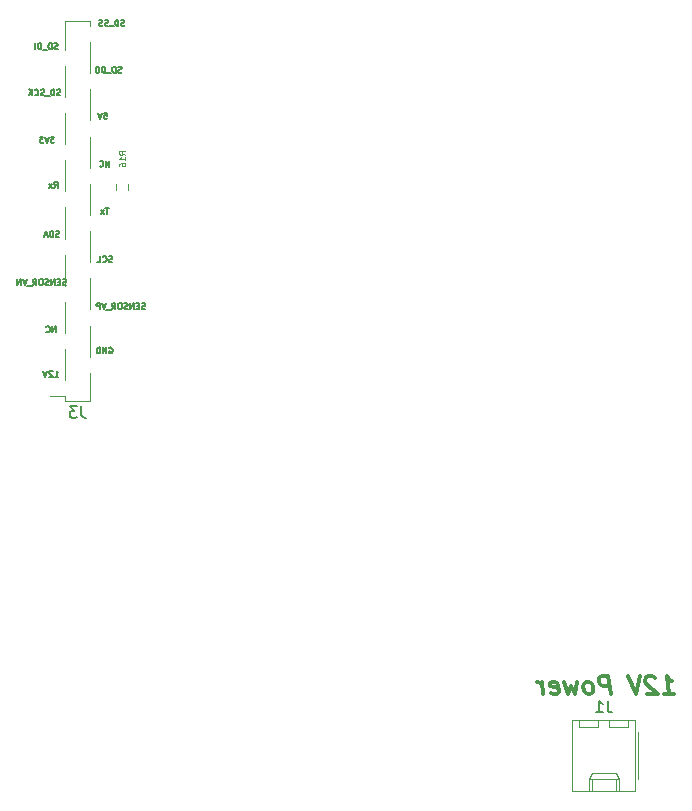
<source format=gbr>
%TF.GenerationSoftware,KiCad,Pcbnew,(5.1.7)-1*%
%TF.CreationDate,2020-12-15T16:08:46+01:00*%
%TF.ProjectId,EZ-PY32,455a2d50-5933-4322-9e6b-696361645f70,rev?*%
%TF.SameCoordinates,Original*%
%TF.FileFunction,Legend,Bot*%
%TF.FilePolarity,Positive*%
%FSLAX46Y46*%
G04 Gerber Fmt 4.6, Leading zero omitted, Abs format (unit mm)*
G04 Created by KiCad (PCBNEW (5.1.7)-1) date 2020-12-15 16:08:46*
%MOMM*%
%LPD*%
G01*
G04 APERTURE LIST*
%ADD10C,0.127000*%
%ADD11C,0.300000*%
%ADD12C,0.120000*%
%ADD13C,0.150000*%
%ADD14C,0.125000*%
G04 APERTURE END LIST*
D10*
X30764842Y-81867309D02*
X30764842Y-81359309D01*
X30474557Y-81867309D01*
X30474557Y-81359309D01*
X29942366Y-81818928D02*
X29966557Y-81843119D01*
X30039128Y-81867309D01*
X30087509Y-81867309D01*
X30160080Y-81843119D01*
X30208461Y-81794738D01*
X30232652Y-81746357D01*
X30256842Y-81649595D01*
X30256842Y-81577023D01*
X30232652Y-81480261D01*
X30208461Y-81431880D01*
X30160080Y-81383500D01*
X30087509Y-81359309D01*
X30039128Y-81359309D01*
X29966557Y-81383500D01*
X29942366Y-81407690D01*
X35542461Y-75899519D02*
X35469890Y-75923709D01*
X35348938Y-75923709D01*
X35300557Y-75899519D01*
X35276366Y-75875328D01*
X35252176Y-75826947D01*
X35252176Y-75778566D01*
X35276366Y-75730185D01*
X35300557Y-75705995D01*
X35348938Y-75681804D01*
X35445700Y-75657614D01*
X35494080Y-75633423D01*
X35518271Y-75609233D01*
X35542461Y-75560852D01*
X35542461Y-75512471D01*
X35518271Y-75464090D01*
X35494080Y-75439900D01*
X35445700Y-75415709D01*
X35324747Y-75415709D01*
X35252176Y-75439900D01*
X34744176Y-75875328D02*
X34768366Y-75899519D01*
X34840938Y-75923709D01*
X34889319Y-75923709D01*
X34961890Y-75899519D01*
X35010271Y-75851138D01*
X35034461Y-75802757D01*
X35058652Y-75705995D01*
X35058652Y-75633423D01*
X35034461Y-75536661D01*
X35010271Y-75488280D01*
X34961890Y-75439900D01*
X34889319Y-75415709D01*
X34840938Y-75415709D01*
X34768366Y-75439900D01*
X34744176Y-75464090D01*
X34284557Y-75923709D02*
X34526461Y-75923709D01*
X34526461Y-75415709D01*
X34831261Y-63274509D02*
X35073166Y-63274509D01*
X35097357Y-63516414D01*
X35073166Y-63492223D01*
X35024785Y-63468033D01*
X34903833Y-63468033D01*
X34855452Y-63492223D01*
X34831261Y-63516414D01*
X34807071Y-63564795D01*
X34807071Y-63685747D01*
X34831261Y-63734128D01*
X34855452Y-63758319D01*
X34903833Y-63782509D01*
X35024785Y-63782509D01*
X35073166Y-63758319D01*
X35097357Y-63734128D01*
X34661928Y-63274509D02*
X34492595Y-63782509D01*
X34323261Y-63274509D01*
X36331071Y-59846719D02*
X36258500Y-59870909D01*
X36137547Y-59870909D01*
X36089166Y-59846719D01*
X36064976Y-59822528D01*
X36040785Y-59774147D01*
X36040785Y-59725766D01*
X36064976Y-59677385D01*
X36089166Y-59653195D01*
X36137547Y-59629004D01*
X36234309Y-59604814D01*
X36282690Y-59580623D01*
X36306880Y-59556433D01*
X36331071Y-59508052D01*
X36331071Y-59459671D01*
X36306880Y-59411290D01*
X36282690Y-59387100D01*
X36234309Y-59362909D01*
X36113357Y-59362909D01*
X36040785Y-59387100D01*
X35823071Y-59870909D02*
X35823071Y-59362909D01*
X35702119Y-59362909D01*
X35629547Y-59387100D01*
X35581166Y-59435480D01*
X35556976Y-59483861D01*
X35532785Y-59580623D01*
X35532785Y-59653195D01*
X35556976Y-59749957D01*
X35581166Y-59798338D01*
X35629547Y-59846719D01*
X35702119Y-59870909D01*
X35823071Y-59870909D01*
X35436023Y-59919290D02*
X35048976Y-59919290D01*
X34928023Y-59870909D02*
X34928023Y-59362909D01*
X34807071Y-59362909D01*
X34734500Y-59387100D01*
X34686119Y-59435480D01*
X34661928Y-59483861D01*
X34637738Y-59580623D01*
X34637738Y-59653195D01*
X34661928Y-59749957D01*
X34686119Y-59798338D01*
X34734500Y-59846719D01*
X34807071Y-59870909D01*
X34928023Y-59870909D01*
X34323261Y-59362909D02*
X34274880Y-59362909D01*
X34226500Y-59387100D01*
X34202309Y-59411290D01*
X34178119Y-59459671D01*
X34153928Y-59556433D01*
X34153928Y-59677385D01*
X34178119Y-59774147D01*
X34202309Y-59822528D01*
X34226500Y-59846719D01*
X34274880Y-59870909D01*
X34323261Y-59870909D01*
X34371642Y-59846719D01*
X34395833Y-59822528D01*
X34420023Y-59774147D01*
X34444214Y-59677385D01*
X34444214Y-59556433D01*
X34420023Y-59459671D01*
X34395833Y-59411290D01*
X34371642Y-59387100D01*
X34323261Y-59362909D01*
X36572976Y-55884319D02*
X36500404Y-55908509D01*
X36379452Y-55908509D01*
X36331071Y-55884319D01*
X36306880Y-55860128D01*
X36282690Y-55811747D01*
X36282690Y-55763366D01*
X36306880Y-55714985D01*
X36331071Y-55690795D01*
X36379452Y-55666604D01*
X36476214Y-55642414D01*
X36524595Y-55618223D01*
X36548785Y-55594033D01*
X36572976Y-55545652D01*
X36572976Y-55497271D01*
X36548785Y-55448890D01*
X36524595Y-55424700D01*
X36476214Y-55400509D01*
X36355261Y-55400509D01*
X36282690Y-55424700D01*
X36064976Y-55908509D02*
X36064976Y-55400509D01*
X35944023Y-55400509D01*
X35871452Y-55424700D01*
X35823071Y-55473080D01*
X35798880Y-55521461D01*
X35774690Y-55618223D01*
X35774690Y-55690795D01*
X35798880Y-55787557D01*
X35823071Y-55835938D01*
X35871452Y-55884319D01*
X35944023Y-55908509D01*
X36064976Y-55908509D01*
X35677928Y-55956890D02*
X35290880Y-55956890D01*
X35194119Y-55884319D02*
X35121547Y-55908509D01*
X35000595Y-55908509D01*
X34952214Y-55884319D01*
X34928023Y-55860128D01*
X34903833Y-55811747D01*
X34903833Y-55763366D01*
X34928023Y-55714985D01*
X34952214Y-55690795D01*
X35000595Y-55666604D01*
X35097357Y-55642414D01*
X35145738Y-55618223D01*
X35169928Y-55594033D01*
X35194119Y-55545652D01*
X35194119Y-55497271D01*
X35169928Y-55448890D01*
X35145738Y-55424700D01*
X35097357Y-55400509D01*
X34976404Y-55400509D01*
X34903833Y-55424700D01*
X34710309Y-55884319D02*
X34637738Y-55908509D01*
X34516785Y-55908509D01*
X34468404Y-55884319D01*
X34444214Y-55860128D01*
X34420023Y-55811747D01*
X34420023Y-55763366D01*
X34444214Y-55714985D01*
X34468404Y-55690795D01*
X34516785Y-55666604D01*
X34613547Y-55642414D01*
X34661928Y-55618223D01*
X34686119Y-55594033D01*
X34710309Y-55545652D01*
X34710309Y-55497271D01*
X34686119Y-55448890D01*
X34661928Y-55424700D01*
X34613547Y-55400509D01*
X34492595Y-55400509D01*
X34420023Y-55424700D01*
X35237661Y-71300909D02*
X34947376Y-71300909D01*
X35092519Y-71808909D02*
X35092519Y-71300909D01*
X34826423Y-71808909D02*
X34560328Y-71470242D01*
X34826423Y-71470242D02*
X34560328Y-71808909D01*
X38326785Y-79861919D02*
X38254214Y-79886109D01*
X38133261Y-79886109D01*
X38084880Y-79861919D01*
X38060690Y-79837728D01*
X38036500Y-79789347D01*
X38036500Y-79740966D01*
X38060690Y-79692585D01*
X38084880Y-79668395D01*
X38133261Y-79644204D01*
X38230023Y-79620014D01*
X38278404Y-79595823D01*
X38302595Y-79571633D01*
X38326785Y-79523252D01*
X38326785Y-79474871D01*
X38302595Y-79426490D01*
X38278404Y-79402300D01*
X38230023Y-79378109D01*
X38109071Y-79378109D01*
X38036500Y-79402300D01*
X37818785Y-79620014D02*
X37649452Y-79620014D01*
X37576880Y-79886109D02*
X37818785Y-79886109D01*
X37818785Y-79378109D01*
X37576880Y-79378109D01*
X37359166Y-79886109D02*
X37359166Y-79378109D01*
X37068880Y-79886109D01*
X37068880Y-79378109D01*
X36851166Y-79861919D02*
X36778595Y-79886109D01*
X36657642Y-79886109D01*
X36609261Y-79861919D01*
X36585071Y-79837728D01*
X36560880Y-79789347D01*
X36560880Y-79740966D01*
X36585071Y-79692585D01*
X36609261Y-79668395D01*
X36657642Y-79644204D01*
X36754404Y-79620014D01*
X36802785Y-79595823D01*
X36826976Y-79571633D01*
X36851166Y-79523252D01*
X36851166Y-79474871D01*
X36826976Y-79426490D01*
X36802785Y-79402300D01*
X36754404Y-79378109D01*
X36633452Y-79378109D01*
X36560880Y-79402300D01*
X36246404Y-79378109D02*
X36149642Y-79378109D01*
X36101261Y-79402300D01*
X36052880Y-79450680D01*
X36028690Y-79547442D01*
X36028690Y-79716776D01*
X36052880Y-79813538D01*
X36101261Y-79861919D01*
X36149642Y-79886109D01*
X36246404Y-79886109D01*
X36294785Y-79861919D01*
X36343166Y-79813538D01*
X36367357Y-79716776D01*
X36367357Y-79547442D01*
X36343166Y-79450680D01*
X36294785Y-79402300D01*
X36246404Y-79378109D01*
X35520690Y-79886109D02*
X35690023Y-79644204D01*
X35810976Y-79886109D02*
X35810976Y-79378109D01*
X35617452Y-79378109D01*
X35569071Y-79402300D01*
X35544880Y-79426490D01*
X35520690Y-79474871D01*
X35520690Y-79547442D01*
X35544880Y-79595823D01*
X35569071Y-79620014D01*
X35617452Y-79644204D01*
X35810976Y-79644204D01*
X35423928Y-79934490D02*
X35036880Y-79934490D01*
X34988500Y-79378109D02*
X34819166Y-79886109D01*
X34649833Y-79378109D01*
X34480500Y-79886109D02*
X34480500Y-79378109D01*
X34286976Y-79378109D01*
X34238595Y-79402300D01*
X34214404Y-79426490D01*
X34190214Y-79474871D01*
X34190214Y-79547442D01*
X34214404Y-79595823D01*
X34238595Y-79620014D01*
X34286976Y-79644204D01*
X34480500Y-79644204D01*
X30639052Y-65306509D02*
X30324576Y-65306509D01*
X30493909Y-65500033D01*
X30421338Y-65500033D01*
X30372957Y-65524223D01*
X30348766Y-65548414D01*
X30324576Y-65596795D01*
X30324576Y-65717747D01*
X30348766Y-65766128D01*
X30372957Y-65790319D01*
X30421338Y-65814509D01*
X30566480Y-65814509D01*
X30614861Y-65790319D01*
X30639052Y-65766128D01*
X30179433Y-65306509D02*
X30010100Y-65814509D01*
X29840766Y-65306509D01*
X29719814Y-65306509D02*
X29405338Y-65306509D01*
X29574671Y-65500033D01*
X29502100Y-65500033D01*
X29453719Y-65524223D01*
X29429528Y-65548414D01*
X29405338Y-65596795D01*
X29405338Y-65717747D01*
X29429528Y-65766128D01*
X29453719Y-65790319D01*
X29502100Y-65814509D01*
X29647242Y-65814509D01*
X29695623Y-65790319D01*
X29719814Y-65766128D01*
X35273947Y-83161500D02*
X35322328Y-83137309D01*
X35394900Y-83137309D01*
X35467471Y-83161500D01*
X35515852Y-83209880D01*
X35540042Y-83258261D01*
X35564233Y-83355023D01*
X35564233Y-83427595D01*
X35540042Y-83524357D01*
X35515852Y-83572738D01*
X35467471Y-83621119D01*
X35394900Y-83645309D01*
X35346519Y-83645309D01*
X35273947Y-83621119D01*
X35249757Y-83596928D01*
X35249757Y-83427595D01*
X35346519Y-83427595D01*
X35032042Y-83645309D02*
X35032042Y-83137309D01*
X34741757Y-83645309D01*
X34741757Y-83137309D01*
X34499852Y-83645309D02*
X34499852Y-83137309D01*
X34378900Y-83137309D01*
X34306328Y-83161500D01*
X34257947Y-83209880D01*
X34233757Y-83258261D01*
X34209566Y-83355023D01*
X34209566Y-83427595D01*
X34233757Y-83524357D01*
X34257947Y-83572738D01*
X34306328Y-83621119D01*
X34378900Y-83645309D01*
X34499852Y-83645309D01*
X35286042Y-67846509D02*
X35286042Y-67338509D01*
X34995757Y-67846509D01*
X34995757Y-67338509D01*
X34463566Y-67798128D02*
X34487757Y-67822319D01*
X34560328Y-67846509D01*
X34608709Y-67846509D01*
X34681280Y-67822319D01*
X34729661Y-67773938D01*
X34753852Y-67725557D01*
X34778042Y-67628795D01*
X34778042Y-67556223D01*
X34753852Y-67459461D01*
X34729661Y-67411080D01*
X34681280Y-67362700D01*
X34608709Y-67338509D01*
X34560328Y-67338509D01*
X34487757Y-67362700D01*
X34463566Y-67386890D01*
X31633280Y-77829919D02*
X31560709Y-77854109D01*
X31439757Y-77854109D01*
X31391376Y-77829919D01*
X31367185Y-77805728D01*
X31342995Y-77757347D01*
X31342995Y-77708966D01*
X31367185Y-77660585D01*
X31391376Y-77636395D01*
X31439757Y-77612204D01*
X31536519Y-77588014D01*
X31584900Y-77563823D01*
X31609090Y-77539633D01*
X31633280Y-77491252D01*
X31633280Y-77442871D01*
X31609090Y-77394490D01*
X31584900Y-77370300D01*
X31536519Y-77346109D01*
X31415566Y-77346109D01*
X31342995Y-77370300D01*
X31125280Y-77588014D02*
X30955947Y-77588014D01*
X30883376Y-77854109D02*
X31125280Y-77854109D01*
X31125280Y-77346109D01*
X30883376Y-77346109D01*
X30665661Y-77854109D02*
X30665661Y-77346109D01*
X30375376Y-77854109D01*
X30375376Y-77346109D01*
X30157661Y-77829919D02*
X30085090Y-77854109D01*
X29964138Y-77854109D01*
X29915757Y-77829919D01*
X29891566Y-77805728D01*
X29867376Y-77757347D01*
X29867376Y-77708966D01*
X29891566Y-77660585D01*
X29915757Y-77636395D01*
X29964138Y-77612204D01*
X30060900Y-77588014D01*
X30109280Y-77563823D01*
X30133471Y-77539633D01*
X30157661Y-77491252D01*
X30157661Y-77442871D01*
X30133471Y-77394490D01*
X30109280Y-77370300D01*
X30060900Y-77346109D01*
X29939947Y-77346109D01*
X29867376Y-77370300D01*
X29552900Y-77346109D02*
X29456138Y-77346109D01*
X29407757Y-77370300D01*
X29359376Y-77418680D01*
X29335185Y-77515442D01*
X29335185Y-77684776D01*
X29359376Y-77781538D01*
X29407757Y-77829919D01*
X29456138Y-77854109D01*
X29552900Y-77854109D01*
X29601280Y-77829919D01*
X29649661Y-77781538D01*
X29673852Y-77684776D01*
X29673852Y-77515442D01*
X29649661Y-77418680D01*
X29601280Y-77370300D01*
X29552900Y-77346109D01*
X28827185Y-77854109D02*
X28996519Y-77612204D01*
X29117471Y-77854109D02*
X29117471Y-77346109D01*
X28923947Y-77346109D01*
X28875566Y-77370300D01*
X28851376Y-77394490D01*
X28827185Y-77442871D01*
X28827185Y-77515442D01*
X28851376Y-77563823D01*
X28875566Y-77588014D01*
X28923947Y-77612204D01*
X29117471Y-77612204D01*
X28730423Y-77902490D02*
X28343376Y-77902490D01*
X28294995Y-77346109D02*
X28125661Y-77854109D01*
X27956328Y-77346109D01*
X27786995Y-77854109D02*
X27786995Y-77346109D01*
X27496709Y-77854109D01*
X27496709Y-77346109D01*
X31033357Y-73765919D02*
X30960785Y-73790109D01*
X30839833Y-73790109D01*
X30791452Y-73765919D01*
X30767261Y-73741728D01*
X30743071Y-73693347D01*
X30743071Y-73644966D01*
X30767261Y-73596585D01*
X30791452Y-73572395D01*
X30839833Y-73548204D01*
X30936595Y-73524014D01*
X30984976Y-73499823D01*
X31009166Y-73475633D01*
X31033357Y-73427252D01*
X31033357Y-73378871D01*
X31009166Y-73330490D01*
X30984976Y-73306300D01*
X30936595Y-73282109D01*
X30815642Y-73282109D01*
X30743071Y-73306300D01*
X30525357Y-73790109D02*
X30525357Y-73282109D01*
X30404404Y-73282109D01*
X30331833Y-73306300D01*
X30283452Y-73354680D01*
X30259261Y-73403061D01*
X30235071Y-73499823D01*
X30235071Y-73572395D01*
X30259261Y-73669157D01*
X30283452Y-73717538D01*
X30331833Y-73765919D01*
X30404404Y-73790109D01*
X30525357Y-73790109D01*
X30041547Y-73644966D02*
X29799642Y-73644966D01*
X30089928Y-73790109D02*
X29920595Y-73282109D01*
X29751261Y-73790109D01*
X30617280Y-69624509D02*
X30786614Y-69382604D01*
X30907566Y-69624509D02*
X30907566Y-69116509D01*
X30714042Y-69116509D01*
X30665661Y-69140700D01*
X30641471Y-69164890D01*
X30617280Y-69213271D01*
X30617280Y-69285842D01*
X30641471Y-69334223D01*
X30665661Y-69358414D01*
X30714042Y-69382604D01*
X30907566Y-69382604D01*
X30447947Y-69624509D02*
X30181852Y-69285842D01*
X30447947Y-69285842D02*
X30181852Y-69624509D01*
X30926919Y-57865519D02*
X30854347Y-57889709D01*
X30733395Y-57889709D01*
X30685014Y-57865519D01*
X30660823Y-57841328D01*
X30636633Y-57792947D01*
X30636633Y-57744566D01*
X30660823Y-57696185D01*
X30685014Y-57671995D01*
X30733395Y-57647804D01*
X30830157Y-57623614D01*
X30878538Y-57599423D01*
X30902728Y-57575233D01*
X30926919Y-57526852D01*
X30926919Y-57478471D01*
X30902728Y-57430090D01*
X30878538Y-57405900D01*
X30830157Y-57381709D01*
X30709204Y-57381709D01*
X30636633Y-57405900D01*
X30418919Y-57889709D02*
X30418919Y-57381709D01*
X30297966Y-57381709D01*
X30225395Y-57405900D01*
X30177014Y-57454280D01*
X30152823Y-57502661D01*
X30128633Y-57599423D01*
X30128633Y-57671995D01*
X30152823Y-57768757D01*
X30177014Y-57817138D01*
X30225395Y-57865519D01*
X30297966Y-57889709D01*
X30418919Y-57889709D01*
X30031871Y-57938090D02*
X29644823Y-57938090D01*
X29523871Y-57889709D02*
X29523871Y-57381709D01*
X29402919Y-57381709D01*
X29330347Y-57405900D01*
X29281966Y-57454280D01*
X29257776Y-57502661D01*
X29233585Y-57599423D01*
X29233585Y-57671995D01*
X29257776Y-57768757D01*
X29281966Y-57817138D01*
X29330347Y-57865519D01*
X29402919Y-57889709D01*
X29523871Y-57889709D01*
X29015871Y-57889709D02*
X29015871Y-57381709D01*
X31149471Y-61777119D02*
X31076900Y-61801309D01*
X30955947Y-61801309D01*
X30907566Y-61777119D01*
X30883376Y-61752928D01*
X30859185Y-61704547D01*
X30859185Y-61656166D01*
X30883376Y-61607785D01*
X30907566Y-61583595D01*
X30955947Y-61559404D01*
X31052709Y-61535214D01*
X31101090Y-61511023D01*
X31125280Y-61486833D01*
X31149471Y-61438452D01*
X31149471Y-61390071D01*
X31125280Y-61341690D01*
X31101090Y-61317500D01*
X31052709Y-61293309D01*
X30931757Y-61293309D01*
X30859185Y-61317500D01*
X30641471Y-61801309D02*
X30641471Y-61293309D01*
X30520519Y-61293309D01*
X30447947Y-61317500D01*
X30399566Y-61365880D01*
X30375376Y-61414261D01*
X30351185Y-61511023D01*
X30351185Y-61583595D01*
X30375376Y-61680357D01*
X30399566Y-61728738D01*
X30447947Y-61777119D01*
X30520519Y-61801309D01*
X30641471Y-61801309D01*
X30254423Y-61849690D02*
X29867376Y-61849690D01*
X29770614Y-61777119D02*
X29698042Y-61801309D01*
X29577090Y-61801309D01*
X29528709Y-61777119D01*
X29504519Y-61752928D01*
X29480328Y-61704547D01*
X29480328Y-61656166D01*
X29504519Y-61607785D01*
X29528709Y-61583595D01*
X29577090Y-61559404D01*
X29673852Y-61535214D01*
X29722233Y-61511023D01*
X29746423Y-61486833D01*
X29770614Y-61438452D01*
X29770614Y-61390071D01*
X29746423Y-61341690D01*
X29722233Y-61317500D01*
X29673852Y-61293309D01*
X29552900Y-61293309D01*
X29480328Y-61317500D01*
X28972328Y-61752928D02*
X28996519Y-61777119D01*
X29069090Y-61801309D01*
X29117471Y-61801309D01*
X29190042Y-61777119D01*
X29238423Y-61728738D01*
X29262614Y-61680357D01*
X29286804Y-61583595D01*
X29286804Y-61511023D01*
X29262614Y-61414261D01*
X29238423Y-61365880D01*
X29190042Y-61317500D01*
X29117471Y-61293309D01*
X29069090Y-61293309D01*
X28996519Y-61317500D01*
X28972328Y-61341690D01*
X28754614Y-61801309D02*
X28754614Y-61293309D01*
X28464328Y-61801309D02*
X28682042Y-61511023D01*
X28464328Y-61293309D02*
X28754614Y-61583595D01*
X30680176Y-85626509D02*
X30970461Y-85626509D01*
X30825319Y-85626509D02*
X30825319Y-85118509D01*
X30873700Y-85191080D01*
X30922080Y-85239461D01*
X30970461Y-85263652D01*
X30486652Y-85166890D02*
X30462461Y-85142700D01*
X30414080Y-85118509D01*
X30293128Y-85118509D01*
X30244747Y-85142700D01*
X30220557Y-85166890D01*
X30196366Y-85215271D01*
X30196366Y-85263652D01*
X30220557Y-85336223D01*
X30510842Y-85626509D01*
X30196366Y-85626509D01*
X30051223Y-85118509D02*
X29881890Y-85626509D01*
X29712557Y-85118509D01*
D11*
X82231600Y-112491271D02*
X83088742Y-112491271D01*
X82660171Y-112491271D02*
X82472671Y-110991271D01*
X82642314Y-111205557D01*
X82803028Y-111348414D01*
X82954814Y-111419842D01*
X81490528Y-111134128D02*
X81410171Y-111062700D01*
X81258385Y-110991271D01*
X80901242Y-110991271D01*
X80767314Y-111062700D01*
X80704814Y-111134128D01*
X80651242Y-111276985D01*
X80669100Y-111419842D01*
X80767314Y-111634128D01*
X81731600Y-112491271D01*
X80803028Y-112491271D01*
X80186957Y-110991271D02*
X79874457Y-112491271D01*
X79186957Y-110991271D01*
X77731600Y-112491271D02*
X77544100Y-110991271D01*
X76972671Y-110991271D01*
X76838742Y-111062700D01*
X76776242Y-111134128D01*
X76722671Y-111276985D01*
X76749457Y-111491271D01*
X76838742Y-111634128D01*
X76919100Y-111705557D01*
X77070885Y-111776985D01*
X77642314Y-111776985D01*
X76017314Y-112491271D02*
X76151242Y-112419842D01*
X76213742Y-112348414D01*
X76267314Y-112205557D01*
X76213742Y-111776985D01*
X76124457Y-111634128D01*
X76044100Y-111562700D01*
X75892314Y-111491271D01*
X75678028Y-111491271D01*
X75544100Y-111562700D01*
X75481600Y-111634128D01*
X75428028Y-111776985D01*
X75481600Y-112205557D01*
X75570885Y-112348414D01*
X75651242Y-112419842D01*
X75803028Y-112491271D01*
X76017314Y-112491271D01*
X74892314Y-111491271D02*
X74731600Y-112491271D01*
X74356600Y-111776985D01*
X74160171Y-112491271D01*
X73749457Y-111491271D01*
X72722671Y-112419842D02*
X72874457Y-112491271D01*
X73160171Y-112491271D01*
X73294100Y-112419842D01*
X73347671Y-112276985D01*
X73276242Y-111705557D01*
X73186957Y-111562700D01*
X73035171Y-111491271D01*
X72749457Y-111491271D01*
X72615528Y-111562700D01*
X72561957Y-111705557D01*
X72579814Y-111848414D01*
X73311957Y-111991271D01*
X72017314Y-112491271D02*
X71892314Y-111491271D01*
X71928028Y-111776985D02*
X71838742Y-111634128D01*
X71758385Y-111562700D01*
X71606600Y-111491271D01*
X71463742Y-111491271D01*
D12*
%TO.C,J1*%
X79802500Y-114675500D02*
X79802500Y-120695500D01*
X79802500Y-120695500D02*
X74502500Y-120695500D01*
X74502500Y-120695500D02*
X74502500Y-114675500D01*
X74502500Y-114675500D02*
X79802500Y-114675500D01*
X80092500Y-115705500D02*
X80092500Y-119705500D01*
X78422500Y-120695500D02*
X78422500Y-119695500D01*
X78422500Y-119695500D02*
X75882500Y-119695500D01*
X75882500Y-119695500D02*
X75882500Y-120695500D01*
X78422500Y-119695500D02*
X78172500Y-119165500D01*
X78172500Y-119165500D02*
X76132500Y-119165500D01*
X76132500Y-119165500D02*
X75882500Y-119695500D01*
X78172500Y-120695500D02*
X78172500Y-119695500D01*
X76132500Y-120695500D02*
X76132500Y-119695500D01*
X79222500Y-114675500D02*
X79222500Y-115275500D01*
X79222500Y-115275500D02*
X77622500Y-115275500D01*
X77622500Y-115275500D02*
X77622500Y-114675500D01*
X76682500Y-114675500D02*
X76682500Y-115275500D01*
X76682500Y-115275500D02*
X75082500Y-115275500D01*
X75082500Y-115275500D02*
X75082500Y-114675500D01*
%TO.C,R16*%
X35837600Y-69801824D02*
X35837600Y-69292376D01*
X36882600Y-69801824D02*
X36882600Y-69292376D01*
%TO.C,J3*%
X31534300Y-57921300D02*
X31534300Y-55546300D01*
X31534300Y-61921300D02*
X31534300Y-59291300D01*
X31534300Y-65921300D02*
X31534300Y-63291300D01*
X31534300Y-69921300D02*
X31534300Y-67291300D01*
X31534300Y-73921300D02*
X31534300Y-71291300D01*
X31534300Y-77921300D02*
X31534300Y-75291300D01*
X31534300Y-81921300D02*
X31534300Y-79291300D01*
X31534300Y-85921300D02*
X31534300Y-83291300D01*
X33654300Y-59921300D02*
X33654300Y-57291300D01*
X33654300Y-63921300D02*
X33654300Y-61291300D01*
X33654300Y-67921300D02*
X33654300Y-65291300D01*
X33654300Y-71921300D02*
X33654300Y-69291300D01*
X33654300Y-75921300D02*
X33654300Y-73291300D01*
X33654300Y-79921300D02*
X33654300Y-77291300D01*
X33654300Y-83921300D02*
X33654300Y-81291300D01*
X33654300Y-55921300D02*
X33654300Y-55546300D01*
X31534300Y-87666300D02*
X31534300Y-87291300D01*
X31534300Y-87291300D02*
X30304300Y-87291300D01*
X33654300Y-87666300D02*
X33654300Y-85291300D01*
X31534300Y-55546300D02*
X33654300Y-55546300D01*
X31534300Y-87666300D02*
X33654300Y-87666300D01*
%TO.C,J1*%
D13*
X77485833Y-113037880D02*
X77485833Y-113752166D01*
X77533452Y-113895023D01*
X77628690Y-113990261D01*
X77771547Y-114037880D01*
X77866785Y-114037880D01*
X76485833Y-114037880D02*
X77057261Y-114037880D01*
X76771547Y-114037880D02*
X76771547Y-113037880D01*
X76866785Y-113180738D01*
X76962023Y-113275976D01*
X77057261Y-113323595D01*
%TO.C,R16*%
D14*
X36637090Y-66838071D02*
X36398995Y-66671404D01*
X36637090Y-66552357D02*
X36137090Y-66552357D01*
X36137090Y-66742833D01*
X36160900Y-66790452D01*
X36184709Y-66814261D01*
X36232328Y-66838071D01*
X36303757Y-66838071D01*
X36351376Y-66814261D01*
X36375185Y-66790452D01*
X36398995Y-66742833D01*
X36398995Y-66552357D01*
X36637090Y-67314261D02*
X36637090Y-67028547D01*
X36637090Y-67171404D02*
X36137090Y-67171404D01*
X36208519Y-67123785D01*
X36256138Y-67076166D01*
X36279947Y-67028547D01*
X36137090Y-67742833D02*
X36137090Y-67647595D01*
X36160900Y-67599976D01*
X36184709Y-67576166D01*
X36256138Y-67528547D01*
X36351376Y-67504738D01*
X36541852Y-67504738D01*
X36589471Y-67528547D01*
X36613280Y-67552357D01*
X36637090Y-67599976D01*
X36637090Y-67695214D01*
X36613280Y-67742833D01*
X36589471Y-67766642D01*
X36541852Y-67790452D01*
X36422804Y-67790452D01*
X36375185Y-67766642D01*
X36351376Y-67742833D01*
X36327566Y-67695214D01*
X36327566Y-67599976D01*
X36351376Y-67552357D01*
X36375185Y-67528547D01*
X36422804Y-67504738D01*
%TO.C,J3*%
D13*
X32927633Y-88118680D02*
X32927633Y-88832966D01*
X32975252Y-88975823D01*
X33070490Y-89071061D01*
X33213347Y-89118680D01*
X33308585Y-89118680D01*
X32546680Y-88118680D02*
X31927633Y-88118680D01*
X32260966Y-88499633D01*
X32118109Y-88499633D01*
X32022871Y-88547252D01*
X31975252Y-88594871D01*
X31927633Y-88690109D01*
X31927633Y-88928204D01*
X31975252Y-89023442D01*
X32022871Y-89071061D01*
X32118109Y-89118680D01*
X32403823Y-89118680D01*
X32499061Y-89071061D01*
X32546680Y-89023442D01*
%TD*%
M02*

</source>
